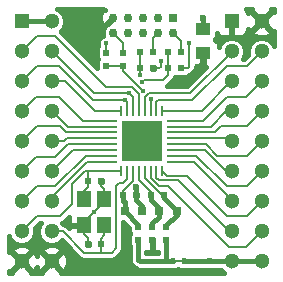
<source format=gtl>
G04 #@! TF.GenerationSoftware,KiCad,Pcbnew,5.0.1-33cea8e~68~ubuntu18.04.1*
G04 #@! TF.CreationDate,2018-11-22T22:22:35+01:00*
G04 #@! TF.ProjectId,LPC82X_JHI33_2layer,4C50433832585F4A484933335F326C61,rev?*
G04 #@! TF.SameCoordinates,Original*
G04 #@! TF.FileFunction,Copper,L1,Top,Signal*
G04 #@! TF.FilePolarity,Positive*
%FSLAX46Y46*%
G04 Gerber Fmt 4.6, Leading zero omitted, Abs format (unit mm)*
G04 Created by KiCad (PCBNEW 5.0.1-33cea8e~68~ubuntu18.04.1) date do 22 nov 2018 22:22:35 CET*
%MOMM*%
%LPD*%
G01*
G04 APERTURE LIST*
G04 #@! TA.AperFunction,EtchedComponent*
%ADD10C,0.200000*%
G04 #@! TD*
G04 #@! TA.AperFunction,SMDPad,CuDef*
%ADD11R,1.200000X1.400000*%
G04 #@! TD*
G04 #@! TA.AperFunction,ComponentPad*
%ADD12R,1.300000X1.300000*%
G04 #@! TD*
G04 #@! TA.AperFunction,ComponentPad*
%ADD13C,1.300000*%
G04 #@! TD*
G04 #@! TA.AperFunction,SMDPad,CuDef*
%ADD14R,0.900000X0.290000*%
G04 #@! TD*
G04 #@! TA.AperFunction,SMDPad,CuDef*
%ADD15R,0.290000X0.900000*%
G04 #@! TD*
G04 #@! TA.AperFunction,SMDPad,CuDef*
%ADD16R,3.500000X3.500000*%
G04 #@! TD*
G04 #@! TA.AperFunction,SMDPad,CuDef*
%ADD17R,0.600000X0.500000*%
G04 #@! TD*
G04 #@! TA.AperFunction,SMDPad,CuDef*
%ADD18R,0.500000X0.600000*%
G04 #@! TD*
G04 #@! TA.AperFunction,ComponentPad*
%ADD19R,0.750000X0.750000*%
G04 #@! TD*
G04 #@! TA.AperFunction,ComponentPad*
%ADD20C,0.750000*%
G04 #@! TD*
G04 #@! TA.AperFunction,SMDPad,CuDef*
%ADD21R,0.600000X0.600000*%
G04 #@! TD*
G04 #@! TA.AperFunction,SMDPad,CuDef*
%ADD22R,0.800000X0.750000*%
G04 #@! TD*
G04 #@! TA.AperFunction,SMDPad,CuDef*
%ADD23R,1.250000X1.000000*%
G04 #@! TD*
G04 #@! TA.AperFunction,SMDPad,CuDef*
%ADD24R,0.400000X0.600000*%
G04 #@! TD*
G04 #@! TA.AperFunction,ViaPad*
%ADD25C,0.600000*%
G04 #@! TD*
G04 #@! TA.AperFunction,ViaPad*
%ADD26C,0.400000*%
G04 #@! TD*
G04 #@! TA.AperFunction,ViaPad*
%ADD27C,0.750000*%
G04 #@! TD*
G04 #@! TA.AperFunction,Conductor*
%ADD28C,0.200000*%
G04 #@! TD*
G04 #@! TA.AperFunction,Conductor*
%ADD29C,0.400000*%
G04 #@! TD*
G04 #@! TA.AperFunction,Conductor*
%ADD30C,0.300000*%
G04 #@! TD*
G04 APERTURE END LIST*
D10*
G04 #@! TO.C,SJ1*
X92300000Y-116800000D02*
X91700000Y-116800000D01*
G04 #@! TD*
D11*
G04 #@! TO.P,Y1,1*
G04 #@! TO.N,/PIO0_9*
X84050000Y-111600000D03*
G04 #@! TO.P,Y1,2*
G04 #@! TO.N,VSS*
X84050000Y-113800000D03*
G04 #@! TO.P,Y1,3*
G04 #@! TO.N,/PIO0_8*
X85750000Y-113800000D03*
G04 #@! TO.P,Y1,4*
G04 #@! TO.N,VSS*
X85750000Y-111600000D03*
G04 #@! TD*
D12*
G04 #@! TO.P,J1,1*
G04 #@! TO.N,VDD*
X78740000Y-96520000D03*
D13*
G04 #@! TO.P,J1,2*
X81280000Y-96520000D03*
G04 #@! TO.P,J1,3*
G04 #@! TO.N,/PIO0_28*
X78740000Y-99060000D03*
G04 #@! TO.P,J1,4*
G04 #@! TO.N,/PIO0_3*
X81280000Y-99060000D03*
G04 #@! TO.P,J1,5*
G04 #@! TO.N,/PIO0_2*
X78740000Y-101600000D03*
G04 #@! TO.P,J1,6*
G04 #@! TO.N,/PIO0_11*
X81280000Y-101600000D03*
G04 #@! TO.P,J1,7*
G04 #@! TO.N,/PIO0_10*
X78740000Y-104140000D03*
G04 #@! TO.P,J1,8*
G04 #@! TO.N,/PIO0_16*
X81280000Y-104140000D03*
G04 #@! TO.P,J1,9*
G04 #@! TO.N,/PIO0_27*
X78740000Y-106680000D03*
G04 #@! TO.P,J1,10*
G04 #@! TO.N,/PIO0_26*
X81280000Y-106680000D03*
G04 #@! TO.P,J1,11*
G04 #@! TO.N,/PIO0_25*
X78740000Y-109220000D03*
G04 #@! TO.P,J1,12*
G04 #@! TO.N,/PIO0_24*
X81280000Y-109220000D03*
G04 #@! TO.P,J1,13*
G04 #@! TO.N,/PIO0_15*
X78740000Y-111760000D03*
G04 #@! TO.P,J1,14*
G04 #@! TO.N,/PIO0_1*
X81280000Y-111760000D03*
G04 #@! TO.P,J1,15*
G04 #@! TO.N,/PIO0_9*
X78740000Y-114300000D03*
G04 #@! TO.P,J1,16*
G04 #@! TO.N,/PIO0_8*
X81280000Y-114300000D03*
G04 #@! TO.P,J1,17*
G04 #@! TO.N,VSS*
X78740000Y-116840000D03*
G04 #@! TO.P,J1,18*
X81280000Y-116840000D03*
G04 #@! TD*
D14*
G04 #@! TO.P,U1,28*
G04 #@! TO.N,/PIO0_21*
X91450000Y-106930000D03*
G04 #@! TO.P,U1,27*
G04 #@! TO.N,/PIO0_22*
X91450000Y-107430000D03*
G04 #@! TO.P,U1,26*
G04 #@! TO.N,/PIO0_23*
X91450000Y-107930000D03*
G04 #@! TO.P,U1,25*
G04 #@! TO.N,/PIO0_14*
X91450000Y-108430000D03*
G04 #@! TO.P,U1,29*
G04 #@! TO.N,/PIO0_20*
X91450000Y-106430000D03*
G04 #@! TO.P,U1,30*
G04 #@! TO.N,/PIO0_19*
X91450000Y-105930000D03*
G04 #@! TO.P,U1,31*
G04 #@! TO.N,/PIO0_18*
X91450000Y-105430000D03*
G04 #@! TO.P,U1,32*
G04 #@! TO.N,/PIO0_17*
X91450000Y-104930000D03*
G04 #@! TO.P,U1,12*
G04 #@! TO.N,/PIO0_26*
X86350000Y-106430000D03*
G04 #@! TO.P,U1,11*
G04 #@! TO.N,/PIO0_27*
X86350000Y-105930000D03*
G04 #@! TO.P,U1,10*
G04 #@! TO.N,/PIO0_16*
X86350000Y-105430000D03*
G04 #@! TO.P,U1,9*
G04 #@! TO.N,/PIO0_10*
X86350000Y-104930000D03*
G04 #@! TO.P,U1,13*
G04 #@! TO.N,/PIO0_25*
X86350000Y-106930000D03*
G04 #@! TO.P,U1,14*
G04 #@! TO.N,/PIO0_24*
X86350000Y-107430000D03*
G04 #@! TO.P,U1,15*
G04 #@! TO.N,/PIO0_15*
X86350000Y-107930000D03*
G04 #@! TO.P,U1,16*
G04 #@! TO.N,/PIO0_1*
X86350000Y-108430000D03*
D15*
G04 #@! TO.P,U1,20*
G04 #@! TO.N,Net-(C3-Pad2)*
X88650000Y-109230000D03*
G04 #@! TO.P,U1,19*
G04 #@! TO.N,Net-(C2-Pad1)*
X88150000Y-109230000D03*
G04 #@! TO.P,U1,18*
G04 #@! TO.N,/PIO0_8*
X87650000Y-109230000D03*
G04 #@! TO.P,U1,17*
G04 #@! TO.N,/PIO0_9*
X87150000Y-109230000D03*
G04 #@! TO.P,U1,21*
G04 #@! TO.N,Net-(C3-Pad1)*
X89150000Y-109230000D03*
G04 #@! TO.P,U1,22*
G04 #@! TO.N,/PIO0_7*
X89650000Y-109230000D03*
G04 #@! TO.P,U1,23*
G04 #@! TO.N,/PIO0_6*
X90150000Y-109230000D03*
G04 #@! TO.P,U1,24*
G04 #@! TO.N,/PIO0_0*
X90650000Y-109230000D03*
G04 #@! TO.P,U1,4*
G04 #@! TO.N,/PIO0_4*
X89150000Y-104130000D03*
G04 #@! TO.P,U1,3*
G04 #@! TO.N,/RESET*
X89650000Y-104130000D03*
G04 #@! TO.P,U1,2*
G04 #@! TO.N,/PIO0_12*
X90150000Y-104130000D03*
G04 #@! TO.P,U1,1*
G04 #@! TO.N,/PIO0_13*
X90650000Y-104130000D03*
G04 #@! TO.P,U1,5*
G04 #@! TO.N,/PIO0_28*
X88650000Y-104130000D03*
G04 #@! TO.P,U1,6*
G04 #@! TO.N,/PIO0_3*
X88150000Y-104130000D03*
G04 #@! TO.P,U1,7*
G04 #@! TO.N,/PIO0_2*
X87650000Y-104130000D03*
G04 #@! TO.P,U1,8*
G04 #@! TO.N,/PIO0_11*
X87150000Y-104130000D03*
D16*
G04 #@! TO.P,U1,33*
G04 #@! TO.N,VSS*
X88900000Y-106680000D03*
G04 #@! TD*
D17*
G04 #@! TO.P,C1,1*
G04 #@! TO.N,/PIO0_9*
X84350000Y-110050000D03*
G04 #@! TO.P,C1,2*
G04 #@! TO.N,VSS*
X85450000Y-110050000D03*
G04 #@! TD*
G04 #@! TO.P,C4,2*
G04 #@! TO.N,VSS*
X84350000Y-115350000D03*
G04 #@! TO.P,C4,1*
G04 #@! TO.N,/PIO0_8*
X85450000Y-115350000D03*
G04 #@! TD*
G04 #@! TO.P,C5,2*
G04 #@! TO.N,VSS*
X88450000Y-111200000D03*
G04 #@! TO.P,C5,1*
G04 #@! TO.N,Net-(C2-Pad1)*
X87350000Y-111200000D03*
G04 #@! TD*
G04 #@! TO.P,C6,1*
G04 #@! TO.N,Net-(C3-Pad1)*
X90750000Y-111200000D03*
G04 #@! TO.P,C6,2*
G04 #@! TO.N,Net-(C3-Pad2)*
X89650000Y-111200000D03*
G04 #@! TD*
D18*
G04 #@! TO.P,FB1,1*
G04 #@! TO.N,Net-(C2-Pad1)*
X88600000Y-113950000D03*
G04 #@! TO.P,FB1,2*
G04 #@! TO.N,Net-(FB1-Pad2)*
X88600000Y-115050000D03*
G04 #@! TD*
G04 #@! TO.P,FB2,2*
G04 #@! TO.N,Net-(FB1-Pad2)*
X91000000Y-115050000D03*
G04 #@! TO.P,FB2,1*
G04 #@! TO.N,Net-(C3-Pad1)*
X91000000Y-113950000D03*
G04 #@! TD*
G04 #@! TO.P,FB3,1*
G04 #@! TO.N,Net-(C3-Pad2)*
X89800000Y-113950000D03*
G04 #@! TO.P,FB3,2*
G04 #@! TO.N,VSS*
X89800000Y-115050000D03*
G04 #@! TD*
D13*
G04 #@! TO.P,J2,18*
G04 #@! TO.N,VDD*
X99060000Y-116840000D03*
G04 #@! TO.P,J2,17*
X96520000Y-116840000D03*
G04 #@! TO.P,J2,16*
G04 #@! TO.N,/PIO0_7*
X99060000Y-114300000D03*
G04 #@! TO.P,J2,15*
G04 #@! TO.N,/PIO0_6*
X96520000Y-114300000D03*
G04 #@! TO.P,J2,14*
G04 #@! TO.N,/PIO0_0*
X99060000Y-111760000D03*
G04 #@! TO.P,J2,13*
G04 #@! TO.N,/PIO0_14*
X96520000Y-111760000D03*
G04 #@! TO.P,J2,12*
G04 #@! TO.N,/PIO0_23*
X99060000Y-109220000D03*
G04 #@! TO.P,J2,11*
G04 #@! TO.N,/PIO0_22*
X96520000Y-109220000D03*
G04 #@! TO.P,J2,10*
G04 #@! TO.N,/PIO0_21*
X99060000Y-106680000D03*
G04 #@! TO.P,J2,9*
G04 #@! TO.N,/PIO0_20*
X96520000Y-106680000D03*
G04 #@! TO.P,J2,8*
G04 #@! TO.N,/PIO0_19*
X99060000Y-104140000D03*
G04 #@! TO.P,J2,7*
G04 #@! TO.N,/PIO0_18*
X96520000Y-104140000D03*
G04 #@! TO.P,J2,6*
G04 #@! TO.N,/PIO0_17*
X99060000Y-101600000D03*
G04 #@! TO.P,J2,5*
G04 #@! TO.N,/PIO0_13*
X96520000Y-101600000D03*
G04 #@! TO.P,J2,4*
G04 #@! TO.N,/PIO0_12*
X99060000Y-99060000D03*
G04 #@! TO.P,J2,3*
G04 #@! TO.N,/PIO0_4*
X96520000Y-99060000D03*
G04 #@! TO.P,J2,2*
G04 #@! TO.N,VSS*
X99060000Y-96520000D03*
D12*
G04 #@! TO.P,J2,1*
X96520000Y-96520000D03*
G04 #@! TD*
D19*
G04 #@! TO.P,J3,1*
G04 #@! TO.N,VDD*
X91540000Y-96215000D03*
D20*
G04 #@! TO.P,J3,2*
G04 #@! TO.N,Net-(J3-Pad2)*
X91540000Y-97485000D03*
G04 #@! TO.P,J3,3*
G04 #@! TO.N,VSS*
X90270000Y-96215000D03*
G04 #@! TO.P,J3,4*
G04 #@! TO.N,Net-(J3-Pad4)*
X90270000Y-97485000D03*
G04 #@! TO.P,J3,5*
G04 #@! TO.N,VSS*
X89000000Y-96215000D03*
G04 #@! TO.P,J3,6*
G04 #@! TO.N,N/C*
X89000000Y-97485000D03*
G04 #@! TO.P,J3,7*
X87730000Y-96215000D03*
G04 #@! TO.P,J3,8*
X87730000Y-97485000D03*
G04 #@! TO.P,J3,9*
G04 #@! TO.N,VSS*
X86460000Y-96215000D03*
G04 #@! TO.P,J3,10*
G04 #@! TO.N,Net-(J3-Pad10)*
X86460000Y-97485000D03*
G04 #@! TD*
D21*
G04 #@! TO.P,R1,1*
G04 #@! TO.N,Net-(J3-Pad2)*
X92250000Y-99150000D03*
G04 #@! TO.P,R1,2*
G04 #@! TO.N,/PIO0_2*
X91150000Y-99150000D03*
G04 #@! TD*
G04 #@! TO.P,R2,2*
G04 #@! TO.N,/PIO0_3*
X88750000Y-99150000D03*
G04 #@! TO.P,R2,1*
G04 #@! TO.N,Net-(J3-Pad4)*
X89850000Y-99150000D03*
G04 #@! TD*
G04 #@! TO.P,R3,1*
G04 #@! TO.N,Net-(J3-Pad10)*
X87300000Y-99200000D03*
G04 #@! TO.P,R3,2*
G04 #@! TO.N,/RESET*
X87300000Y-100300000D03*
G04 #@! TD*
G04 #@! TO.P,R4,2*
G04 #@! TO.N,/RESET*
X85900000Y-100300000D03*
G04 #@! TO.P,R4,1*
G04 #@! TO.N,VDD*
X85900000Y-99200000D03*
G04 #@! TD*
G04 #@! TO.P,R6,1*
G04 #@! TO.N,VDD*
X92250000Y-100450000D03*
G04 #@! TO.P,R6,2*
G04 #@! TO.N,/PIO0_2*
X91150000Y-100450000D03*
G04 #@! TD*
G04 #@! TO.P,R7,2*
G04 #@! TO.N,/PIO0_3*
X88750000Y-100450000D03*
G04 #@! TO.P,R7,1*
G04 #@! TO.N,VSS*
X89850000Y-100450000D03*
G04 #@! TD*
D22*
G04 #@! TO.P,C2,1*
G04 #@! TO.N,Net-(C2-Pad1)*
X87450000Y-112600000D03*
G04 #@! TO.P,C2,2*
G04 #@! TO.N,VSS*
X88950000Y-112600000D03*
G04 #@! TD*
G04 #@! TO.P,C3,2*
G04 #@! TO.N,Net-(C3-Pad2)*
X90350000Y-112600000D03*
G04 #@! TO.P,C3,1*
G04 #@! TO.N,Net-(C3-Pad1)*
X91850000Y-112600000D03*
G04 #@! TD*
D23*
G04 #@! TO.P,C7,1*
G04 #@! TO.N,VSS*
X94100000Y-99200000D03*
G04 #@! TO.P,C7,2*
G04 #@! TO.N,VDD*
X94100000Y-97200000D03*
G04 #@! TD*
D24*
G04 #@! TO.P,SJ1,1*
G04 #@! TO.N,VDD*
X92450000Y-116800000D03*
G04 #@! TO.P,SJ1,2*
G04 #@! TO.N,Net-(FB1-Pad2)*
X91550000Y-116800000D03*
G04 #@! TD*
D25*
G04 #@! TO.N,VSS*
X83800000Y-98200000D03*
D26*
X90500000Y-99850000D03*
D27*
X88900000Y-106680000D03*
D25*
X89800000Y-116100000D03*
D26*
X84900000Y-112700000D03*
D25*
X93700000Y-100400000D03*
X84700000Y-96500000D03*
X88450000Y-110550000D03*
D26*
G04 #@! TO.N,VDD*
X85900000Y-98400000D03*
X92900000Y-98400000D03*
D25*
X94700000Y-116800000D03*
X94115000Y-96215000D03*
D26*
G04 #@! TO.N,/PIO0_3*
X87800000Y-102600000D03*
X88750000Y-101050000D03*
G04 #@! TO.N,/PIO0_2*
X87500000Y-103200000D03*
X88900000Y-101700000D03*
G04 #@! TO.N,/RESET*
X89700000Y-103100000D03*
X89000000Y-102400000D03*
G04 #@! TD*
D28*
G04 #@! TO.N,VSS*
X90500000Y-100350000D02*
X90500000Y-99850000D01*
D29*
X88950000Y-112600000D02*
X88950000Y-112150000D01*
X88450000Y-111650000D02*
X88450000Y-111200000D01*
X88950000Y-112150000D02*
X88450000Y-111650000D01*
X89800000Y-115050000D02*
X89800000Y-116100000D01*
D30*
X86460000Y-96215000D02*
X86460000Y-96090000D01*
D28*
X90400000Y-100450000D02*
X90500000Y-100350000D01*
X89850000Y-100450000D02*
X90400000Y-100450000D01*
G04 #@! TO.N,/PIO0_8*
X85750000Y-113800000D02*
X85750000Y-113550000D01*
G04 #@! TO.N,/PIO0_9*
X84050000Y-111600000D02*
X84050000Y-111850000D01*
D29*
G04 #@! TO.N,VSS*
X93700000Y-100400000D02*
X94100000Y-100000000D01*
X94100000Y-100000000D02*
X94100000Y-99200000D01*
X88450000Y-111200000D02*
X88450000Y-110550000D01*
X88450000Y-110550000D02*
X88450000Y-110550000D01*
D28*
X85750000Y-111850000D02*
X84900000Y-112700000D01*
X85750000Y-111600000D02*
X85750000Y-111850000D01*
X84050000Y-113550000D02*
X84900000Y-112700000D01*
X84050000Y-113800000D02*
X84050000Y-113550000D01*
X84350000Y-115350000D02*
X84350000Y-114850000D01*
X84050000Y-114550000D02*
X84050000Y-113800000D01*
X84350000Y-114850000D02*
X84050000Y-114550000D01*
X85450000Y-110050000D02*
X85450000Y-110450000D01*
X85750000Y-110750000D02*
X85750000Y-111600000D01*
X85450000Y-110450000D02*
X85750000Y-110750000D01*
G04 #@! TO.N,Net-(C2-Pad1)*
X87350000Y-111200000D02*
X87350000Y-110850000D01*
X88150000Y-110050000D02*
X88150000Y-109230000D01*
X87350000Y-110850000D02*
X88150000Y-110050000D01*
D29*
X87450000Y-112600000D02*
X87450000Y-111850000D01*
X87350000Y-111750000D02*
X87350000Y-111200000D01*
X87450000Y-111850000D02*
X87350000Y-111750000D01*
X88600000Y-113750000D02*
X87450000Y-112600000D01*
X88600000Y-113950000D02*
X88600000Y-113750000D01*
D28*
G04 #@! TO.N,Net-(C3-Pad1)*
X90750000Y-111200000D02*
X90600000Y-111200000D01*
X89150000Y-109750000D02*
X89150000Y-109230000D01*
X90600000Y-111200000D02*
X89150000Y-109750000D01*
D29*
X91850000Y-112600000D02*
X91850000Y-112550000D01*
X90750000Y-111450000D02*
X90750000Y-111200000D01*
X91850000Y-112550000D02*
X90750000Y-111450000D01*
X91000000Y-113950000D02*
X91000000Y-113800000D01*
X91850000Y-112950000D02*
X91850000Y-112600000D01*
X91000000Y-113800000D02*
X91850000Y-112950000D01*
D28*
G04 #@! TO.N,Net-(C3-Pad2)*
X89650000Y-111200000D02*
X89650000Y-110950000D01*
X88650000Y-109950000D02*
X88650000Y-109230000D01*
X89650000Y-110950000D02*
X88650000Y-109950000D01*
D29*
X90350000Y-112600000D02*
X90350000Y-112350000D01*
X89650000Y-111650000D02*
X89650000Y-111200000D01*
X90350000Y-112350000D02*
X89650000Y-111650000D01*
X89800000Y-113950000D02*
X89800000Y-113600000D01*
X90350000Y-113050000D02*
X90350000Y-112600000D01*
X89800000Y-113600000D02*
X90350000Y-113050000D01*
D28*
G04 #@! TO.N,VDD*
X85900000Y-99200000D02*
X85900000Y-98400000D01*
X92800000Y-100450000D02*
X92250000Y-100450000D01*
X92900000Y-100350000D02*
X92800000Y-100450000D01*
X92900000Y-98400000D02*
X92900000Y-100350000D01*
D29*
X92490000Y-116840000D02*
X92450000Y-116800000D01*
X94660000Y-116840000D02*
X92490000Y-116840000D01*
X94700000Y-116800000D02*
X94660000Y-116840000D01*
X94740000Y-116840000D02*
X94700000Y-116800000D01*
X96520000Y-116840000D02*
X94740000Y-116840000D01*
X94100000Y-97200000D02*
X94100000Y-96200000D01*
X78740000Y-96520000D02*
X81280000Y-96520000D01*
X99060000Y-116840000D02*
X96520000Y-116840000D01*
D28*
G04 #@! TO.N,/PIO0_28*
X80000000Y-97800000D02*
X78740000Y-99060000D01*
X81600000Y-97800000D02*
X80000000Y-97800000D01*
X85900000Y-102100000D02*
X81600000Y-97800000D01*
X88100000Y-102100000D02*
X85900000Y-102100000D01*
X88650000Y-104130000D02*
X88650000Y-102650000D01*
X88650000Y-102650000D02*
X88100000Y-102100000D01*
G04 #@! TO.N,/PIO0_3*
X88750000Y-99150000D02*
X88750000Y-100450000D01*
X88150000Y-104130000D02*
X88150000Y-102950000D01*
X88150000Y-102950000D02*
X87800000Y-102600000D01*
X88750000Y-100450000D02*
X88750000Y-101050000D01*
X87800000Y-102600000D02*
X84820000Y-102600000D01*
X84820000Y-102600000D02*
X81280000Y-99060000D01*
G04 #@! TO.N,/PIO0_2*
X91150000Y-100450000D02*
X91150000Y-99150000D01*
X87650000Y-104130000D02*
X87650000Y-103350000D01*
X87650000Y-103350000D02*
X87500000Y-103200000D01*
X91150000Y-100450000D02*
X91150000Y-101050000D01*
X91150000Y-101050000D02*
X90700000Y-101500000D01*
X90700000Y-101500000D02*
X89100000Y-101500000D01*
X89100000Y-101500000D02*
X88900000Y-101700000D01*
X84800000Y-103200000D02*
X81900000Y-100300000D01*
X87500000Y-103200000D02*
X84800000Y-103200000D01*
X81900000Y-100300000D02*
X80040000Y-100300000D01*
X80040000Y-100300000D02*
X78740000Y-101600000D01*
G04 #@! TO.N,/PIO0_11*
X84930000Y-104130000D02*
X82400000Y-101600000D01*
X87150000Y-104130000D02*
X84930000Y-104130000D01*
X82400000Y-101600000D02*
X81280000Y-101600000D01*
G04 #@! TO.N,/PIO0_10*
X79980000Y-102900000D02*
X78740000Y-104140000D01*
X81900000Y-102900000D02*
X79980000Y-102900000D01*
X83930000Y-104930000D02*
X81900000Y-102900000D01*
X86350000Y-104930000D02*
X83930000Y-104930000D01*
G04 #@! TO.N,/PIO0_16*
X81340000Y-104140000D02*
X81280000Y-104140000D01*
X86350000Y-105430000D02*
X82630000Y-105430000D01*
X82630000Y-105430000D02*
X81340000Y-104140000D01*
G04 #@! TO.N,/PIO0_27*
X82530000Y-105930000D02*
X82000000Y-105400000D01*
X86350000Y-105930000D02*
X82530000Y-105930000D01*
X82000000Y-105400000D02*
X80020000Y-105400000D01*
X80020000Y-105400000D02*
X78740000Y-106680000D01*
G04 #@! TO.N,/PIO0_26*
X82550000Y-106430000D02*
X82300000Y-106680000D01*
X86350000Y-106430000D02*
X82550000Y-106430000D01*
X82300000Y-106680000D02*
X81280000Y-106680000D01*
G04 #@! TO.N,/PIO0_25*
X79960000Y-108000000D02*
X78740000Y-109220000D01*
X81600000Y-108000000D02*
X79960000Y-108000000D01*
X86350000Y-106930000D02*
X82670000Y-106930000D01*
X82670000Y-106930000D02*
X81600000Y-108000000D01*
G04 #@! TO.N,/PIO0_24*
X83070000Y-107430000D02*
X81280000Y-109220000D01*
X86350000Y-107430000D02*
X83070000Y-107430000D01*
G04 #@! TO.N,/PIO0_15*
X84170000Y-107930000D02*
X81600000Y-110500000D01*
X86350000Y-107930000D02*
X84170000Y-107930000D01*
X81600000Y-110500000D02*
X80000000Y-110500000D01*
X80000000Y-110500000D02*
X78740000Y-111760000D01*
G04 #@! TO.N,/PIO0_1*
X81280000Y-111420000D02*
X81280000Y-111760000D01*
X86350000Y-108430000D02*
X84270000Y-108430000D01*
X84270000Y-108430000D02*
X81280000Y-111420000D01*
G04 #@! TO.N,/PIO0_9*
X87150000Y-109230000D02*
X85500000Y-109230000D01*
X84070000Y-109230000D02*
X83000000Y-110300000D01*
X83000000Y-110300000D02*
X83000000Y-112000000D01*
X83000000Y-112000000D02*
X82000000Y-113000000D01*
X82000000Y-113000000D02*
X80040000Y-113000000D01*
X80040000Y-113000000D02*
X78740000Y-114300000D01*
X84350000Y-109280000D02*
X84400000Y-109230000D01*
X84350000Y-110050000D02*
X84350000Y-109280000D01*
X85500000Y-109230000D02*
X84400000Y-109230000D01*
X84400000Y-109230000D02*
X84070000Y-109230000D01*
X84350000Y-110050000D02*
X84350000Y-110550000D01*
X84050000Y-110850000D02*
X84050000Y-111600000D01*
X84350000Y-110550000D02*
X84050000Y-110850000D01*
G04 #@! TO.N,/PIO0_8*
X87650000Y-109230000D02*
X87650000Y-109900000D01*
X87650000Y-109900000D02*
X87300000Y-110250000D01*
X87300000Y-110250000D02*
X86950000Y-110250000D01*
X86950000Y-110250000D02*
X86700000Y-110500000D01*
X86700000Y-110500000D02*
X86700000Y-115750000D01*
X86700000Y-115750000D02*
X86350000Y-116100000D01*
X84500000Y-116100000D02*
X84400000Y-116100000D01*
X82200000Y-114300000D02*
X81280000Y-114300000D01*
X84400000Y-116100000D02*
X84000000Y-116100000D01*
X84000000Y-116100000D02*
X82200000Y-114300000D01*
X85450000Y-115350000D02*
X85450000Y-114950000D01*
X85750000Y-114650000D02*
X85750000Y-113800000D01*
X85450000Y-114950000D02*
X85750000Y-114650000D01*
X85450000Y-115350000D02*
X85450000Y-116050000D01*
X85450000Y-116050000D02*
X85500000Y-116100000D01*
X86350000Y-116100000D02*
X85500000Y-116100000D01*
X85500000Y-116100000D02*
X84500000Y-116100000D01*
G04 #@! TO.N,/PIO0_7*
X89650000Y-109750000D02*
X89650000Y-109230000D01*
X90327010Y-110427010D02*
X89650000Y-109750000D01*
X99060000Y-114300000D02*
X97760000Y-115600000D01*
X97760000Y-115600000D02*
X96300000Y-115600000D01*
X91127010Y-110427010D02*
X90327010Y-110427010D01*
X96300000Y-115600000D02*
X91127010Y-110427010D01*
G04 #@! TO.N,/PIO0_6*
X90400000Y-110000000D02*
X90150000Y-109750000D01*
X92000000Y-110000000D02*
X90400000Y-110000000D01*
X96520000Y-114300000D02*
X96300000Y-114300000D01*
X90150000Y-109750000D02*
X90150000Y-109230000D01*
X96300000Y-114300000D02*
X92000000Y-110000000D01*
G04 #@! TO.N,/PIO0_0*
X91020000Y-109600000D02*
X90650000Y-109230000D01*
X96100000Y-113000000D02*
X92700000Y-109600000D01*
X99060000Y-111760000D02*
X97820000Y-113000000D01*
X92700000Y-109600000D02*
X91020000Y-109600000D01*
X97820000Y-113000000D02*
X96100000Y-113000000D01*
G04 #@! TO.N,/PIO0_14*
X93330000Y-108430000D02*
X91450000Y-108430000D01*
X96520000Y-111760000D02*
X96520000Y-111620000D01*
X96520000Y-111620000D02*
X93330000Y-108430000D01*
G04 #@! TO.N,/PIO0_23*
X93530000Y-107930000D02*
X91450000Y-107930000D01*
X96100000Y-110500000D02*
X93530000Y-107930000D01*
X99060000Y-109220000D02*
X97780000Y-110500000D01*
X97780000Y-110500000D02*
X96100000Y-110500000D01*
G04 #@! TO.N,/PIO0_22*
X94230000Y-107430000D02*
X91450000Y-107430000D01*
X96520000Y-109220000D02*
X96020000Y-109220000D01*
X96020000Y-109220000D02*
X94230000Y-107430000D01*
G04 #@! TO.N,/PIO0_21*
X94330000Y-106930000D02*
X91450000Y-106930000D01*
X95300000Y-107900000D02*
X94330000Y-106930000D01*
X99060000Y-106680000D02*
X97840000Y-107900000D01*
X97840000Y-107900000D02*
X95300000Y-107900000D01*
G04 #@! TO.N,/PIO0_20*
X96270000Y-106430000D02*
X91450000Y-106430000D01*
X96520000Y-106680000D02*
X96270000Y-106430000D01*
G04 #@! TO.N,/PIO0_19*
X95070000Y-105930000D02*
X91450000Y-105930000D01*
X95600000Y-105400000D02*
X95070000Y-105930000D01*
X99060000Y-104140000D02*
X97800000Y-105400000D01*
X97800000Y-105400000D02*
X95600000Y-105400000D01*
G04 #@! TO.N,/PIO0_18*
X94770000Y-105430000D02*
X91450000Y-105430000D01*
X96520000Y-104140000D02*
X96060000Y-104140000D01*
X96060000Y-104140000D02*
X94770000Y-105430000D01*
G04 #@! TO.N,/PIO0_17*
X94070000Y-104930000D02*
X91450000Y-104930000D01*
X96100000Y-102900000D02*
X94070000Y-104930000D01*
X99060000Y-101600000D02*
X97760000Y-102900000D01*
X97760000Y-102900000D02*
X96100000Y-102900000D01*
G04 #@! TO.N,/PIO0_13*
X93970000Y-104130000D02*
X90650000Y-104130000D01*
X96520000Y-101600000D02*
X96500000Y-101600000D01*
X96500000Y-101600000D02*
X93970000Y-104130000D01*
G04 #@! TO.N,/PIO0_12*
X90300000Y-103200000D02*
X90150000Y-103350000D01*
X90150000Y-103350000D02*
X90150000Y-104130000D01*
X99060000Y-99060000D02*
X97820000Y-100300000D01*
X93200000Y-103200000D02*
X90300000Y-103200000D01*
X96100000Y-100300000D02*
X93200000Y-103200000D01*
X97820000Y-100300000D02*
X96100000Y-100300000D01*
G04 #@! TO.N,/PIO0_4*
X89150000Y-102950000D02*
X89150000Y-104130000D01*
X89500000Y-102600000D02*
X89150000Y-102950000D01*
X93000000Y-102600000D02*
X89500000Y-102600000D01*
X96520000Y-99060000D02*
X96520000Y-99080000D01*
X96520000Y-99080000D02*
X93000000Y-102600000D01*
G04 #@! TO.N,Net-(J3-Pad2)*
X92250000Y-98195000D02*
X92250000Y-99150000D01*
X91540000Y-97485000D02*
X92250000Y-98195000D01*
G04 #@! TO.N,Net-(J3-Pad4)*
X89850000Y-97905000D02*
X89850000Y-99150000D01*
X90270000Y-97485000D02*
X89850000Y-97905000D01*
G04 #@! TO.N,Net-(J3-Pad10)*
X86460000Y-97485000D02*
X86460000Y-97510000D01*
X87300000Y-98350000D02*
X87300000Y-99200000D01*
X86460000Y-97510000D02*
X87300000Y-98350000D01*
G04 #@! TO.N,/RESET*
X85900000Y-100300000D02*
X87300000Y-100300000D01*
X89650000Y-104130000D02*
X89650000Y-103150000D01*
X89650000Y-103150000D02*
X89700000Y-103100000D01*
X89000000Y-102400000D02*
X87300000Y-100700000D01*
X87300000Y-100700000D02*
X87300000Y-100300000D01*
D29*
G04 #@! TO.N,Net-(FB1-Pad2)*
X88600000Y-115050000D02*
X88600000Y-116100000D01*
X91000000Y-115050000D02*
X91000000Y-116100000D01*
X88600000Y-116700000D02*
X88600000Y-116100000D01*
X88740000Y-116840000D02*
X88600000Y-116700000D01*
X91000000Y-116100000D02*
X91000000Y-116840000D01*
X91000000Y-116840000D02*
X88740000Y-116840000D01*
X91510000Y-116840000D02*
X91550000Y-116800000D01*
X91000000Y-116840000D02*
X91510000Y-116840000D01*
G04 #@! TD*
G04 #@! TO.N,VSS*
G36*
X87840205Y-113980154D02*
X87840205Y-114250000D01*
X87879011Y-114445090D01*
X87915700Y-114500000D01*
X87879011Y-114554910D01*
X87840205Y-114750000D01*
X87840205Y-115350000D01*
X87879011Y-115545090D01*
X87900001Y-115576503D01*
X87900001Y-116031056D01*
X87900000Y-116031060D01*
X87900000Y-116631065D01*
X87886288Y-116700000D01*
X87900000Y-116768935D01*
X87900000Y-116768939D01*
X87940615Y-116973125D01*
X88095329Y-117204670D01*
X88153774Y-117243722D01*
X88196275Y-117286223D01*
X88235329Y-117344671D01*
X88466874Y-117499385D01*
X88671060Y-117540000D01*
X88671065Y-117540000D01*
X88740000Y-117553712D01*
X88808935Y-117540000D01*
X90931060Y-117540000D01*
X91000000Y-117553713D01*
X91068940Y-117540000D01*
X91108531Y-117540000D01*
X91154910Y-117570989D01*
X91350000Y-117609795D01*
X91750000Y-117609795D01*
X91945090Y-117570989D01*
X92000000Y-117534300D01*
X92054910Y-117570989D01*
X92250000Y-117609795D01*
X92650000Y-117609795D01*
X92845090Y-117570989D01*
X92891469Y-117540000D01*
X94396017Y-117540000D01*
X94540870Y-117600000D01*
X94859130Y-117600000D01*
X95003983Y-117540000D01*
X95593654Y-117540000D01*
X95868577Y-117814923D01*
X95892905Y-117825000D01*
X82078512Y-117825000D01*
X82094868Y-117731235D01*
X81280000Y-116916368D01*
X80465132Y-117731235D01*
X80481488Y-117825000D01*
X79538512Y-117825000D01*
X79554868Y-117731235D01*
X78740000Y-116916368D01*
X77925132Y-117731235D01*
X77941488Y-117825000D01*
X77675000Y-117825000D01*
X77675000Y-117624557D01*
X77848765Y-117654868D01*
X78663632Y-116840000D01*
X78816368Y-116840000D01*
X79631235Y-117654868D01*
X79891057Y-117609545D01*
X80010011Y-117322575D01*
X80128543Y-117608946D01*
X80128943Y-117609545D01*
X80388765Y-117654868D01*
X81203632Y-116840000D01*
X81356368Y-116840000D01*
X82171235Y-117654868D01*
X82431057Y-117609545D01*
X82637930Y-117110476D01*
X82638071Y-116570230D01*
X82431457Y-116071054D01*
X82431057Y-116070455D01*
X82171235Y-116025132D01*
X81356368Y-116840000D01*
X81203632Y-116840000D01*
X80388765Y-116025132D01*
X80128943Y-116070455D01*
X80009989Y-116357425D01*
X79891457Y-116071054D01*
X79891057Y-116070455D01*
X79631235Y-116025132D01*
X78816368Y-116840000D01*
X78663632Y-116840000D01*
X77848765Y-116025132D01*
X77675000Y-116055443D01*
X77675000Y-115948765D01*
X77925132Y-115948765D01*
X78740000Y-116763632D01*
X79554868Y-115948765D01*
X80465132Y-115948765D01*
X81280000Y-116763632D01*
X82094868Y-115948765D01*
X82049545Y-115688943D01*
X81550476Y-115482070D01*
X81010230Y-115481929D01*
X80511054Y-115688543D01*
X80510455Y-115688943D01*
X80465132Y-115948765D01*
X79554868Y-115948765D01*
X79509545Y-115688943D01*
X79010476Y-115482070D01*
X78470230Y-115481929D01*
X77971054Y-115688543D01*
X77970455Y-115688943D01*
X77925132Y-115948765D01*
X77675000Y-115948765D01*
X77675000Y-114733958D01*
X77765077Y-114951423D01*
X78088577Y-115274923D01*
X78511251Y-115450000D01*
X78968749Y-115450000D01*
X79391423Y-115274923D01*
X79714923Y-114951423D01*
X79890000Y-114528749D01*
X79890000Y-114071251D01*
X79868700Y-114019828D01*
X80288528Y-113600000D01*
X80353654Y-113600000D01*
X80305077Y-113648577D01*
X80130000Y-114071251D01*
X80130000Y-114528749D01*
X80305077Y-114951423D01*
X80628577Y-115274923D01*
X81051251Y-115450000D01*
X81508749Y-115450000D01*
X81931423Y-115274923D01*
X82128909Y-115077437D01*
X83533953Y-116482481D01*
X83567425Y-116532575D01*
X83765892Y-116665187D01*
X83940909Y-116700000D01*
X83940913Y-116700000D01*
X83999999Y-116711753D01*
X84059085Y-116700000D01*
X85440913Y-116700000D01*
X85500000Y-116711753D01*
X85559088Y-116700000D01*
X86290914Y-116700000D01*
X86350000Y-116711753D01*
X86409086Y-116700000D01*
X86409091Y-116700000D01*
X86584108Y-116665187D01*
X86782575Y-116532575D01*
X86816049Y-116482478D01*
X87082478Y-116216049D01*
X87132575Y-116182575D01*
X87221159Y-116050000D01*
X87265187Y-115984109D01*
X87288701Y-115865893D01*
X87300000Y-115809091D01*
X87300000Y-115809088D01*
X87311753Y-115750000D01*
X87300000Y-115690912D01*
X87300000Y-113484795D01*
X87344847Y-113484795D01*
X87840205Y-113980154D01*
X87840205Y-113980154D01*
G37*
X87840205Y-113980154D02*
X87840205Y-114250000D01*
X87879011Y-114445090D01*
X87915700Y-114500000D01*
X87879011Y-114554910D01*
X87840205Y-114750000D01*
X87840205Y-115350000D01*
X87879011Y-115545090D01*
X87900001Y-115576503D01*
X87900001Y-116031056D01*
X87900000Y-116031060D01*
X87900000Y-116631065D01*
X87886288Y-116700000D01*
X87900000Y-116768935D01*
X87900000Y-116768939D01*
X87940615Y-116973125D01*
X88095329Y-117204670D01*
X88153774Y-117243722D01*
X88196275Y-117286223D01*
X88235329Y-117344671D01*
X88466874Y-117499385D01*
X88671060Y-117540000D01*
X88671065Y-117540000D01*
X88740000Y-117553712D01*
X88808935Y-117540000D01*
X90931060Y-117540000D01*
X91000000Y-117553713D01*
X91068940Y-117540000D01*
X91108531Y-117540000D01*
X91154910Y-117570989D01*
X91350000Y-117609795D01*
X91750000Y-117609795D01*
X91945090Y-117570989D01*
X92000000Y-117534300D01*
X92054910Y-117570989D01*
X92250000Y-117609795D01*
X92650000Y-117609795D01*
X92845090Y-117570989D01*
X92891469Y-117540000D01*
X94396017Y-117540000D01*
X94540870Y-117600000D01*
X94859130Y-117600000D01*
X95003983Y-117540000D01*
X95593654Y-117540000D01*
X95868577Y-117814923D01*
X95892905Y-117825000D01*
X82078512Y-117825000D01*
X82094868Y-117731235D01*
X81280000Y-116916368D01*
X80465132Y-117731235D01*
X80481488Y-117825000D01*
X79538512Y-117825000D01*
X79554868Y-117731235D01*
X78740000Y-116916368D01*
X77925132Y-117731235D01*
X77941488Y-117825000D01*
X77675000Y-117825000D01*
X77675000Y-117624557D01*
X77848765Y-117654868D01*
X78663632Y-116840000D01*
X78816368Y-116840000D01*
X79631235Y-117654868D01*
X79891057Y-117609545D01*
X80010011Y-117322575D01*
X80128543Y-117608946D01*
X80128943Y-117609545D01*
X80388765Y-117654868D01*
X81203632Y-116840000D01*
X81356368Y-116840000D01*
X82171235Y-117654868D01*
X82431057Y-117609545D01*
X82637930Y-117110476D01*
X82638071Y-116570230D01*
X82431457Y-116071054D01*
X82431057Y-116070455D01*
X82171235Y-116025132D01*
X81356368Y-116840000D01*
X81203632Y-116840000D01*
X80388765Y-116025132D01*
X80128943Y-116070455D01*
X80009989Y-116357425D01*
X79891457Y-116071054D01*
X79891057Y-116070455D01*
X79631235Y-116025132D01*
X78816368Y-116840000D01*
X78663632Y-116840000D01*
X77848765Y-116025132D01*
X77675000Y-116055443D01*
X77675000Y-115948765D01*
X77925132Y-115948765D01*
X78740000Y-116763632D01*
X79554868Y-115948765D01*
X80465132Y-115948765D01*
X81280000Y-116763632D01*
X82094868Y-115948765D01*
X82049545Y-115688943D01*
X81550476Y-115482070D01*
X81010230Y-115481929D01*
X80511054Y-115688543D01*
X80510455Y-115688943D01*
X80465132Y-115948765D01*
X79554868Y-115948765D01*
X79509545Y-115688943D01*
X79010476Y-115482070D01*
X78470230Y-115481929D01*
X77971054Y-115688543D01*
X77970455Y-115688943D01*
X77925132Y-115948765D01*
X77675000Y-115948765D01*
X77675000Y-114733958D01*
X77765077Y-114951423D01*
X78088577Y-115274923D01*
X78511251Y-115450000D01*
X78968749Y-115450000D01*
X79391423Y-115274923D01*
X79714923Y-114951423D01*
X79890000Y-114528749D01*
X79890000Y-114071251D01*
X79868700Y-114019828D01*
X80288528Y-113600000D01*
X80353654Y-113600000D01*
X80305077Y-113648577D01*
X80130000Y-114071251D01*
X80130000Y-114528749D01*
X80305077Y-114951423D01*
X80628577Y-115274923D01*
X81051251Y-115450000D01*
X81508749Y-115450000D01*
X81931423Y-115274923D01*
X82128909Y-115077437D01*
X83533953Y-116482481D01*
X83567425Y-116532575D01*
X83765892Y-116665187D01*
X83940909Y-116700000D01*
X83940913Y-116700000D01*
X83999999Y-116711753D01*
X84059085Y-116700000D01*
X85440913Y-116700000D01*
X85500000Y-116711753D01*
X85559088Y-116700000D01*
X86290914Y-116700000D01*
X86350000Y-116711753D01*
X86409086Y-116700000D01*
X86409091Y-116700000D01*
X86584108Y-116665187D01*
X86782575Y-116532575D01*
X86816049Y-116482478D01*
X87082478Y-116216049D01*
X87132575Y-116182575D01*
X87221159Y-116050000D01*
X87265187Y-115984109D01*
X87288701Y-115865893D01*
X87300000Y-115809091D01*
X87300000Y-115809088D01*
X87311753Y-115750000D01*
X87300000Y-115690912D01*
X87300000Y-113484795D01*
X87344847Y-113484795D01*
X87840205Y-113980154D01*
G36*
X89854000Y-114996000D02*
X89874000Y-114996000D01*
X89874000Y-115104000D01*
X89854000Y-115104000D01*
X89854000Y-115881000D01*
X90031000Y-116058000D01*
X90190830Y-116058000D01*
X90300001Y-116012780D01*
X90300001Y-116031057D01*
X90300000Y-116031061D01*
X90300000Y-116140000D01*
X89300000Y-116140000D01*
X89300000Y-116012780D01*
X89409170Y-116058000D01*
X89569000Y-116058000D01*
X89746000Y-115881000D01*
X89746000Y-115104000D01*
X89726000Y-115104000D01*
X89726000Y-114996000D01*
X89746000Y-114996000D01*
X89746000Y-114976000D01*
X89854000Y-114976000D01*
X89854000Y-114996000D01*
X89854000Y-114996000D01*
G37*
X89854000Y-114996000D02*
X89874000Y-114996000D01*
X89874000Y-115104000D01*
X89854000Y-115104000D01*
X89854000Y-115881000D01*
X90031000Y-116058000D01*
X90190830Y-116058000D01*
X90300001Y-116012780D01*
X90300001Y-116031057D01*
X90300000Y-116031061D01*
X90300000Y-116140000D01*
X89300000Y-116140000D01*
X89300000Y-116012780D01*
X89409170Y-116058000D01*
X89569000Y-116058000D01*
X89746000Y-115881000D01*
X89746000Y-115104000D01*
X89726000Y-115104000D01*
X89726000Y-114996000D01*
X89746000Y-114996000D01*
X89746000Y-114976000D01*
X89854000Y-114976000D01*
X89854000Y-114996000D01*
G36*
X84404000Y-115296000D02*
X84424000Y-115296000D01*
X84424000Y-115404000D01*
X84404000Y-115404000D01*
X84404000Y-115424000D01*
X84296000Y-115424000D01*
X84296000Y-115404000D01*
X84276000Y-115404000D01*
X84276000Y-115296000D01*
X84296000Y-115296000D01*
X84296000Y-115276000D01*
X84404000Y-115276000D01*
X84404000Y-115296000D01*
X84404000Y-115296000D01*
G37*
X84404000Y-115296000D02*
X84424000Y-115296000D01*
X84424000Y-115404000D01*
X84404000Y-115404000D01*
X84404000Y-115424000D01*
X84296000Y-115424000D01*
X84296000Y-115404000D01*
X84276000Y-115404000D01*
X84276000Y-115296000D01*
X84296000Y-115296000D01*
X84296000Y-115276000D01*
X84404000Y-115276000D01*
X84404000Y-115296000D01*
G36*
X82742000Y-113569000D02*
X82919000Y-113746000D01*
X83996000Y-113746000D01*
X83996000Y-113726000D01*
X84104000Y-113726000D01*
X84104000Y-113746000D01*
X84124000Y-113746000D01*
X84124000Y-113854000D01*
X84104000Y-113854000D01*
X84104000Y-113874000D01*
X83996000Y-113874000D01*
X83996000Y-113854000D01*
X82919000Y-113854000D01*
X82760764Y-114012236D01*
X82666049Y-113917522D01*
X82632575Y-113867425D01*
X82434108Y-113734813D01*
X82277761Y-113703714D01*
X82254923Y-113648577D01*
X82181915Y-113575569D01*
X82234108Y-113565187D01*
X82432575Y-113432575D01*
X82466048Y-113382479D01*
X82742000Y-113106528D01*
X82742000Y-113569000D01*
X82742000Y-113569000D01*
G37*
X82742000Y-113569000D02*
X82919000Y-113746000D01*
X83996000Y-113746000D01*
X83996000Y-113726000D01*
X84104000Y-113726000D01*
X84104000Y-113746000D01*
X84124000Y-113746000D01*
X84124000Y-113854000D01*
X84104000Y-113854000D01*
X84104000Y-113874000D01*
X83996000Y-113874000D01*
X83996000Y-113854000D01*
X82919000Y-113854000D01*
X82760764Y-114012236D01*
X82666049Y-113917522D01*
X82632575Y-113867425D01*
X82434108Y-113734813D01*
X82277761Y-113703714D01*
X82254923Y-113648577D01*
X82181915Y-113575569D01*
X82234108Y-113565187D01*
X82432575Y-113432575D01*
X82466048Y-113382479D01*
X82742000Y-113106528D01*
X82742000Y-113569000D01*
G36*
X89004000Y-112546000D02*
X89024000Y-112546000D01*
X89024000Y-112654000D01*
X89004000Y-112654000D01*
X89004000Y-112674000D01*
X88896000Y-112674000D01*
X88896000Y-112654000D01*
X88876000Y-112654000D01*
X88876000Y-112546000D01*
X88896000Y-112546000D01*
X88896000Y-112526000D01*
X89004000Y-112526000D01*
X89004000Y-112546000D01*
X89004000Y-112546000D01*
G37*
X89004000Y-112546000D02*
X89024000Y-112546000D01*
X89024000Y-112654000D01*
X89004000Y-112654000D01*
X89004000Y-112674000D01*
X88896000Y-112674000D01*
X88896000Y-112654000D01*
X88876000Y-112654000D01*
X88876000Y-112546000D01*
X88896000Y-112546000D01*
X88896000Y-112526000D01*
X89004000Y-112526000D01*
X89004000Y-112546000D01*
G36*
X85804000Y-111546000D02*
X85824000Y-111546000D01*
X85824000Y-111654000D01*
X85804000Y-111654000D01*
X85804000Y-111674000D01*
X85696000Y-111674000D01*
X85696000Y-111654000D01*
X85676000Y-111654000D01*
X85676000Y-111546000D01*
X85696000Y-111546000D01*
X85696000Y-111526000D01*
X85804000Y-111526000D01*
X85804000Y-111546000D01*
X85804000Y-111546000D01*
G37*
X85804000Y-111546000D02*
X85824000Y-111546000D01*
X85824000Y-111654000D01*
X85804000Y-111654000D01*
X85804000Y-111674000D01*
X85696000Y-111674000D01*
X85696000Y-111654000D01*
X85676000Y-111654000D01*
X85676000Y-111546000D01*
X85696000Y-111546000D01*
X85696000Y-111526000D01*
X85804000Y-111526000D01*
X85804000Y-111546000D01*
G36*
X88504000Y-111146000D02*
X88524000Y-111146000D01*
X88524000Y-111254000D01*
X88504000Y-111254000D01*
X88504000Y-111274000D01*
X88396000Y-111274000D01*
X88396000Y-111254000D01*
X88376000Y-111254000D01*
X88376000Y-111146000D01*
X88396000Y-111146000D01*
X88396000Y-111126000D01*
X88504000Y-111126000D01*
X88504000Y-111146000D01*
X88504000Y-111146000D01*
G37*
X88504000Y-111146000D02*
X88524000Y-111146000D01*
X88524000Y-111254000D01*
X88504000Y-111254000D01*
X88504000Y-111274000D01*
X88396000Y-111274000D01*
X88396000Y-111254000D01*
X88376000Y-111254000D01*
X88376000Y-111146000D01*
X88396000Y-111146000D01*
X88396000Y-111126000D01*
X88504000Y-111126000D01*
X88504000Y-111146000D01*
G36*
X85504000Y-109996000D02*
X85524000Y-109996000D01*
X85524000Y-110104000D01*
X85504000Y-110104000D01*
X85504000Y-110124000D01*
X85396000Y-110124000D01*
X85396000Y-110104000D01*
X85376000Y-110104000D01*
X85376000Y-109996000D01*
X85396000Y-109996000D01*
X85396000Y-109976000D01*
X85504000Y-109976000D01*
X85504000Y-109996000D01*
X85504000Y-109996000D01*
G37*
X85504000Y-109996000D02*
X85524000Y-109996000D01*
X85524000Y-110104000D01*
X85504000Y-110104000D01*
X85504000Y-110124000D01*
X85396000Y-110124000D01*
X85396000Y-110104000D01*
X85376000Y-110104000D01*
X85376000Y-109996000D01*
X85396000Y-109996000D01*
X85396000Y-109976000D01*
X85504000Y-109976000D01*
X85504000Y-109996000D01*
G36*
X88954000Y-106626000D02*
X88974000Y-106626000D01*
X88974000Y-106734000D01*
X88954000Y-106734000D01*
X88954000Y-106754000D01*
X88846000Y-106754000D01*
X88846000Y-106734000D01*
X88826000Y-106734000D01*
X88826000Y-106626000D01*
X88846000Y-106626000D01*
X88846000Y-106606000D01*
X88954000Y-106606000D01*
X88954000Y-106626000D01*
X88954000Y-106626000D01*
G37*
X88954000Y-106626000D02*
X88974000Y-106626000D01*
X88974000Y-106734000D01*
X88954000Y-106734000D01*
X88954000Y-106754000D01*
X88846000Y-106754000D01*
X88846000Y-106734000D01*
X88826000Y-106734000D01*
X88826000Y-106626000D01*
X88846000Y-106626000D01*
X88846000Y-106606000D01*
X88954000Y-106606000D01*
X88954000Y-106626000D01*
G36*
X94154000Y-99146000D02*
X94174000Y-99146000D01*
X94174000Y-99254000D01*
X94154000Y-99254000D01*
X94154000Y-100231000D01*
X94331000Y-100408000D01*
X94343472Y-100408000D01*
X92751473Y-102000000D01*
X91031667Y-102000000D01*
X91132575Y-101932575D01*
X91166048Y-101882479D01*
X91532481Y-101516047D01*
X91582575Y-101482575D01*
X91715187Y-101284108D01*
X91730929Y-101204966D01*
X91754910Y-101220989D01*
X91950000Y-101259795D01*
X92550000Y-101259795D01*
X92745090Y-101220989D01*
X92910480Y-101110480D01*
X92964962Y-101028941D01*
X93034108Y-101015187D01*
X93232575Y-100882575D01*
X93266049Y-100832478D01*
X93282478Y-100816049D01*
X93332575Y-100782575D01*
X93465187Y-100584108D01*
X93500000Y-100409091D01*
X93500000Y-100409087D01*
X93500216Y-100408000D01*
X93869000Y-100408000D01*
X94046000Y-100231000D01*
X94046000Y-99254000D01*
X94026000Y-99254000D01*
X94026000Y-99146000D01*
X94046000Y-99146000D01*
X94046000Y-99126000D01*
X94154000Y-99126000D01*
X94154000Y-99146000D01*
X94154000Y-99146000D01*
G37*
X94154000Y-99146000D02*
X94174000Y-99146000D01*
X94174000Y-99254000D01*
X94154000Y-99254000D01*
X94154000Y-100231000D01*
X94331000Y-100408000D01*
X94343472Y-100408000D01*
X92751473Y-102000000D01*
X91031667Y-102000000D01*
X91132575Y-101932575D01*
X91166048Y-101882479D01*
X91532481Y-101516047D01*
X91582575Y-101482575D01*
X91715187Y-101284108D01*
X91730929Y-101204966D01*
X91754910Y-101220989D01*
X91950000Y-101259795D01*
X92550000Y-101259795D01*
X92745090Y-101220989D01*
X92910480Y-101110480D01*
X92964962Y-101028941D01*
X93034108Y-101015187D01*
X93232575Y-100882575D01*
X93266049Y-100832478D01*
X93282478Y-100816049D01*
X93332575Y-100782575D01*
X93465187Y-100584108D01*
X93500000Y-100409091D01*
X93500000Y-100409087D01*
X93500216Y-100408000D01*
X93869000Y-100408000D01*
X94046000Y-100231000D01*
X94046000Y-99254000D01*
X94026000Y-99254000D01*
X94026000Y-99146000D01*
X94046000Y-99146000D01*
X94046000Y-99126000D01*
X94154000Y-99126000D01*
X94154000Y-99146000D01*
G36*
X89904000Y-100396000D02*
X89924000Y-100396000D01*
X89924000Y-100504000D01*
X89904000Y-100504000D01*
X89904000Y-100524000D01*
X89796000Y-100524000D01*
X89796000Y-100504000D01*
X89776000Y-100504000D01*
X89776000Y-100396000D01*
X89796000Y-100396000D01*
X89796000Y-100376000D01*
X89904000Y-100376000D01*
X89904000Y-100396000D01*
X89904000Y-100396000D01*
G37*
X89904000Y-100396000D02*
X89924000Y-100396000D01*
X89924000Y-100504000D01*
X89904000Y-100504000D01*
X89904000Y-100524000D01*
X89796000Y-100524000D01*
X89796000Y-100504000D01*
X89776000Y-100504000D01*
X89776000Y-100396000D01*
X89796000Y-100396000D01*
X89796000Y-100376000D01*
X89904000Y-100376000D01*
X89904000Y-100396000D01*
G36*
X85643786Y-95475156D02*
X85767285Y-95598655D01*
X85535998Y-95610421D01*
X85374972Y-96010042D01*
X85379130Y-96440866D01*
X85535998Y-96819579D01*
X85767288Y-96831345D01*
X86383632Y-96215000D01*
X86369490Y-96200858D01*
X86445858Y-96124490D01*
X86460000Y-96138632D01*
X86474142Y-96124490D01*
X86550510Y-96200858D01*
X86536368Y-96215000D01*
X86550510Y-96229142D01*
X86474142Y-96305510D01*
X86460000Y-96291368D01*
X86039131Y-96712237D01*
X85964352Y-96743211D01*
X85718211Y-96989352D01*
X85585000Y-97310952D01*
X85585000Y-97659048D01*
X85625218Y-97756143D01*
X85503482Y-97806568D01*
X85306568Y-98003482D01*
X85200000Y-98260761D01*
X85200000Y-98539239D01*
X85215196Y-98575924D01*
X85129011Y-98704910D01*
X85090205Y-98900000D01*
X85090205Y-99500000D01*
X85129011Y-99695090D01*
X85165700Y-99750000D01*
X85129011Y-99804910D01*
X85090205Y-100000000D01*
X85090205Y-100441677D01*
X82066049Y-97417522D01*
X82043128Y-97383218D01*
X82254923Y-97171423D01*
X82430000Y-96748749D01*
X82430000Y-96291251D01*
X82254923Y-95868577D01*
X81931423Y-95545077D01*
X81762242Y-95475000D01*
X85643942Y-95475000D01*
X85643786Y-95475156D01*
X85643786Y-95475156D01*
G37*
X85643786Y-95475156D02*
X85767285Y-95598655D01*
X85535998Y-95610421D01*
X85374972Y-96010042D01*
X85379130Y-96440866D01*
X85535998Y-96819579D01*
X85767288Y-96831345D01*
X86383632Y-96215000D01*
X86369490Y-96200858D01*
X86445858Y-96124490D01*
X86460000Y-96138632D01*
X86474142Y-96124490D01*
X86550510Y-96200858D01*
X86536368Y-96215000D01*
X86550510Y-96229142D01*
X86474142Y-96305510D01*
X86460000Y-96291368D01*
X86039131Y-96712237D01*
X85964352Y-96743211D01*
X85718211Y-96989352D01*
X85585000Y-97310952D01*
X85585000Y-97659048D01*
X85625218Y-97756143D01*
X85503482Y-97806568D01*
X85306568Y-98003482D01*
X85200000Y-98260761D01*
X85200000Y-98539239D01*
X85215196Y-98575924D01*
X85129011Y-98704910D01*
X85090205Y-98900000D01*
X85090205Y-99500000D01*
X85129011Y-99695090D01*
X85165700Y-99750000D01*
X85129011Y-99804910D01*
X85090205Y-100000000D01*
X85090205Y-100441677D01*
X82066049Y-97417522D01*
X82043128Y-97383218D01*
X82254923Y-97171423D01*
X82430000Y-96748749D01*
X82430000Y-96291251D01*
X82254923Y-95868577D01*
X81931423Y-95545077D01*
X81762242Y-95475000D01*
X85643942Y-95475000D01*
X85643786Y-95475156D01*
G36*
X98245132Y-95628765D02*
X99060000Y-96443632D01*
X99874868Y-95628765D01*
X99848045Y-95475000D01*
X100125000Y-95475000D01*
X100125000Y-95735443D01*
X99951235Y-95705132D01*
X99136368Y-96520000D01*
X99951235Y-97334868D01*
X100125000Y-97304557D01*
X100125000Y-98626042D01*
X100034923Y-98408577D01*
X99711423Y-98085077D01*
X99288749Y-97910000D01*
X98831251Y-97910000D01*
X98408577Y-98085077D01*
X98085077Y-98408577D01*
X97910000Y-98831251D01*
X97910000Y-99288749D01*
X97931300Y-99340172D01*
X97571473Y-99700000D01*
X97499655Y-99700000D01*
X97670000Y-99288749D01*
X97670000Y-98831251D01*
X97494923Y-98408577D01*
X97171423Y-98085077D01*
X96748749Y-97910000D01*
X96291251Y-97910000D01*
X95868577Y-98085077D01*
X95545077Y-98408577D01*
X95433000Y-98679155D01*
X95433000Y-98559170D01*
X95325213Y-98298950D01*
X95126050Y-98099787D01*
X95064690Y-98074371D01*
X95085480Y-98060480D01*
X95195989Y-97895090D01*
X95234795Y-97700000D01*
X95234795Y-97486572D01*
X95269787Y-97571050D01*
X95468950Y-97770213D01*
X95729170Y-97878000D01*
X96289000Y-97878000D01*
X96466000Y-97701000D01*
X96466000Y-96574000D01*
X96446000Y-96574000D01*
X96446000Y-96466000D01*
X96466000Y-96466000D01*
X96466000Y-96446000D01*
X96574000Y-96446000D01*
X96574000Y-96466000D01*
X96594000Y-96466000D01*
X96594000Y-96574000D01*
X96574000Y-96574000D01*
X96574000Y-97701000D01*
X96751000Y-97878000D01*
X97310830Y-97878000D01*
X97571050Y-97770213D01*
X97770213Y-97571050D01*
X97836410Y-97411235D01*
X98245132Y-97411235D01*
X98290455Y-97671057D01*
X98789524Y-97877930D01*
X99329770Y-97878071D01*
X99828946Y-97671457D01*
X99829545Y-97671057D01*
X99874868Y-97411235D01*
X99060000Y-96596368D01*
X98245132Y-97411235D01*
X97836410Y-97411235D01*
X97878000Y-97310830D01*
X97878000Y-97215155D01*
X97908543Y-97288946D01*
X97908943Y-97289545D01*
X98168765Y-97334868D01*
X98983632Y-96520000D01*
X98168765Y-95705132D01*
X97908943Y-95750455D01*
X97878000Y-95825103D01*
X97878000Y-95729170D01*
X97772719Y-95475000D01*
X98271955Y-95475000D01*
X98245132Y-95628765D01*
X98245132Y-95628765D01*
G37*
X98245132Y-95628765D02*
X99060000Y-96443632D01*
X99874868Y-95628765D01*
X99848045Y-95475000D01*
X100125000Y-95475000D01*
X100125000Y-95735443D01*
X99951235Y-95705132D01*
X99136368Y-96520000D01*
X99951235Y-97334868D01*
X100125000Y-97304557D01*
X100125000Y-98626042D01*
X100034923Y-98408577D01*
X99711423Y-98085077D01*
X99288749Y-97910000D01*
X98831251Y-97910000D01*
X98408577Y-98085077D01*
X98085077Y-98408577D01*
X97910000Y-98831251D01*
X97910000Y-99288749D01*
X97931300Y-99340172D01*
X97571473Y-99700000D01*
X97499655Y-99700000D01*
X97670000Y-99288749D01*
X97670000Y-98831251D01*
X97494923Y-98408577D01*
X97171423Y-98085077D01*
X96748749Y-97910000D01*
X96291251Y-97910000D01*
X95868577Y-98085077D01*
X95545077Y-98408577D01*
X95433000Y-98679155D01*
X95433000Y-98559170D01*
X95325213Y-98298950D01*
X95126050Y-98099787D01*
X95064690Y-98074371D01*
X95085480Y-98060480D01*
X95195989Y-97895090D01*
X95234795Y-97700000D01*
X95234795Y-97486572D01*
X95269787Y-97571050D01*
X95468950Y-97770213D01*
X95729170Y-97878000D01*
X96289000Y-97878000D01*
X96466000Y-97701000D01*
X96466000Y-96574000D01*
X96446000Y-96574000D01*
X96446000Y-96466000D01*
X96466000Y-96466000D01*
X96466000Y-96446000D01*
X96574000Y-96446000D01*
X96574000Y-96466000D01*
X96594000Y-96466000D01*
X96594000Y-96574000D01*
X96574000Y-96574000D01*
X96574000Y-97701000D01*
X96751000Y-97878000D01*
X97310830Y-97878000D01*
X97571050Y-97770213D01*
X97770213Y-97571050D01*
X97836410Y-97411235D01*
X98245132Y-97411235D01*
X98290455Y-97671057D01*
X98789524Y-97877930D01*
X99329770Y-97878071D01*
X99828946Y-97671457D01*
X99829545Y-97671057D01*
X99874868Y-97411235D01*
X99060000Y-96596368D01*
X98245132Y-97411235D01*
X97836410Y-97411235D01*
X97878000Y-97310830D01*
X97878000Y-97215155D01*
X97908543Y-97288946D01*
X97908943Y-97289545D01*
X98168765Y-97334868D01*
X98983632Y-96520000D01*
X98168765Y-95705132D01*
X97908943Y-95750455D01*
X97878000Y-95825103D01*
X97878000Y-95729170D01*
X97772719Y-95475000D01*
X98271955Y-95475000D01*
X98245132Y-95628765D01*
G36*
X89090510Y-96200858D02*
X89076368Y-96215000D01*
X89090510Y-96229142D01*
X89014142Y-96305510D01*
X89000000Y-96291368D01*
X88985858Y-96305510D01*
X88909490Y-96229142D01*
X88923632Y-96215000D01*
X88909490Y-96200858D01*
X88985858Y-96124490D01*
X89000000Y-96138632D01*
X89014142Y-96124490D01*
X89090510Y-96200858D01*
X89090510Y-96200858D01*
G37*
X89090510Y-96200858D02*
X89076368Y-96215000D01*
X89090510Y-96229142D01*
X89014142Y-96305510D01*
X89000000Y-96291368D01*
X88985858Y-96305510D01*
X88909490Y-96229142D01*
X88923632Y-96215000D01*
X88909490Y-96200858D01*
X88985858Y-96124490D01*
X89000000Y-96138632D01*
X89014142Y-96124490D01*
X89090510Y-96200858D01*
G36*
X90360510Y-96200858D02*
X90346368Y-96215000D01*
X90360510Y-96229142D01*
X90284142Y-96305510D01*
X90270000Y-96291368D01*
X90255858Y-96305510D01*
X90179490Y-96229142D01*
X90193632Y-96215000D01*
X90179490Y-96200858D01*
X90255858Y-96124490D01*
X90270000Y-96138632D01*
X90284142Y-96124490D01*
X90360510Y-96200858D01*
X90360510Y-96200858D01*
G37*
X90360510Y-96200858D02*
X90346368Y-96215000D01*
X90360510Y-96229142D01*
X90284142Y-96305510D01*
X90270000Y-96291368D01*
X90255858Y-96305510D01*
X90179490Y-96229142D01*
X90193632Y-96215000D01*
X90179490Y-96200858D01*
X90255858Y-96124490D01*
X90270000Y-96138632D01*
X90284142Y-96124490D01*
X90360510Y-96200858D01*
G04 #@! TD*
M02*

</source>
